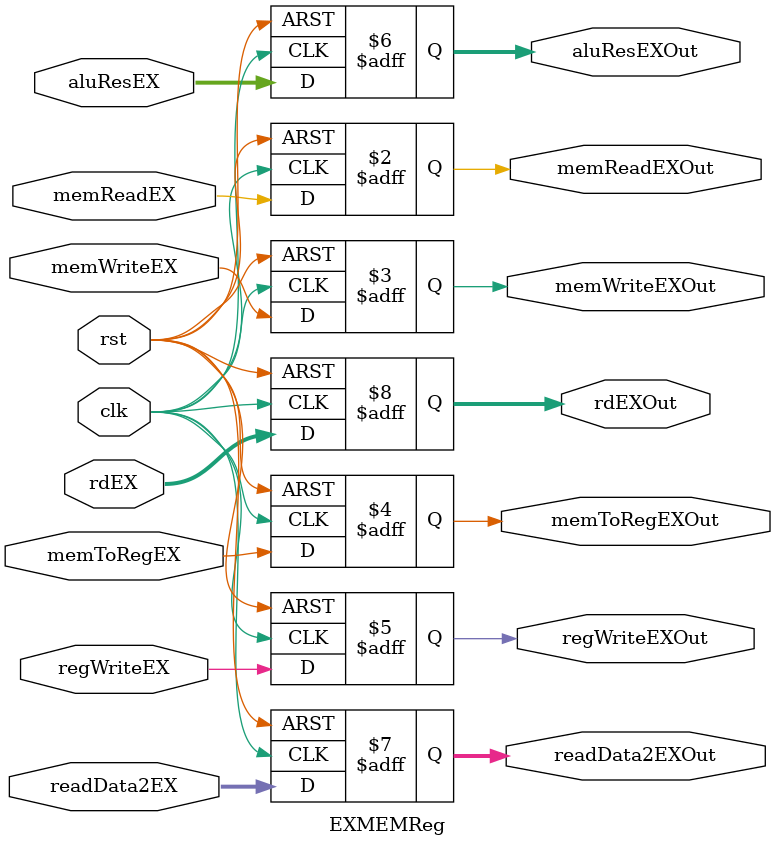
<source format=v>
module EXMEMReg(
	// inputs
	input clk,
	input rst,
		// MEM
	input memReadEX, memWriteEX,
		// WB
	input memToRegEX,
	input regWriteEX,
		// comb
	input [7:0] aluResEX,
	input [7:0] readData2EX,
	input [2:0] rdEX,
	// outputs
		// MEM
	output reg memReadEXOut, memWriteEXOut,
		// WB
	output reg memToRegEXOut,
	output reg regWriteEXOut,
		// comb
	output reg [7:0] aluResEXOut,
	output reg [7:0] readData2EXOut,
	output reg [2:0] rdEXOut
);

	always @(posedge clk or posedge rst) begin
		if(rst) begin
			memReadEXOut 	<= 1'b0;
			memWriteEXOut 	<= 1'b0;
			memToRegEXOut 	<= 1'b0;
			regWriteEXOut 	<= 1'b0;
			aluResEXOut 	<= 8'b0;
			readData2EXOut 	<= 8'b0;
			rdEXOut 		<= 3'b0;
		end
		else begin
			memReadEXOut 	<= memReadEX;
			memWriteEXOut 	<= memWriteEX;
			memToRegEXOut 	<= memToRegEX;
			regWriteEXOut 	<= regWriteEX;
			aluResEXOut 	<= aluResEX;
			readData2EXOut 	<= readData2EX;
			rdEXOut 		<= rdEX;
		end
	end

endmodule
</source>
